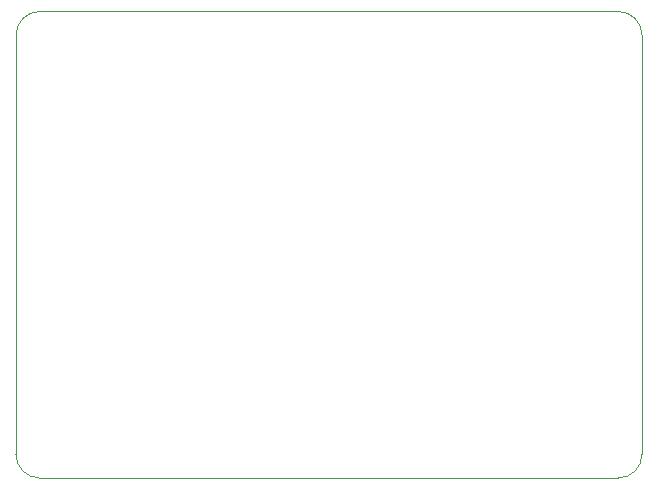
<source format=gbr>
%TF.GenerationSoftware,KiCad,Pcbnew,8.0.4*%
%TF.CreationDate,2024-08-04T17:25:46-04:00*%
%TF.ProjectId,board,626f6172-642e-46b6-9963-61645f706362,rev?*%
%TF.SameCoordinates,Original*%
%TF.FileFunction,Profile,NP*%
%FSLAX46Y46*%
G04 Gerber Fmt 4.6, Leading zero omitted, Abs format (unit mm)*
G04 Created by KiCad (PCBNEW 8.0.4) date 2024-08-04 17:25:46*
%MOMM*%
%LPD*%
G01*
G04 APERTURE LIST*
%TA.AperFunction,Profile*%
%ADD10C,0.050000*%
%TD*%
G04 APERTURE END LIST*
D10*
X93000000Y-66000000D02*
X44000000Y-66000000D01*
X44000000Y-26500000D02*
X93000000Y-26500000D01*
X42000000Y-28500000D02*
G75*
G02*
X44000000Y-26500000I2000000J0D01*
G01*
X95000000Y-28500000D02*
X95000000Y-64000000D01*
X44000000Y-66000000D02*
G75*
G02*
X42000000Y-64000000I0J2000000D01*
G01*
X95000000Y-64000000D02*
G75*
G02*
X93000000Y-66000000I-2000000J0D01*
G01*
X93000000Y-26500000D02*
G75*
G02*
X95000000Y-28500000I0J-2000000D01*
G01*
X42000000Y-64000000D02*
X42000000Y-28500000D01*
M02*

</source>
